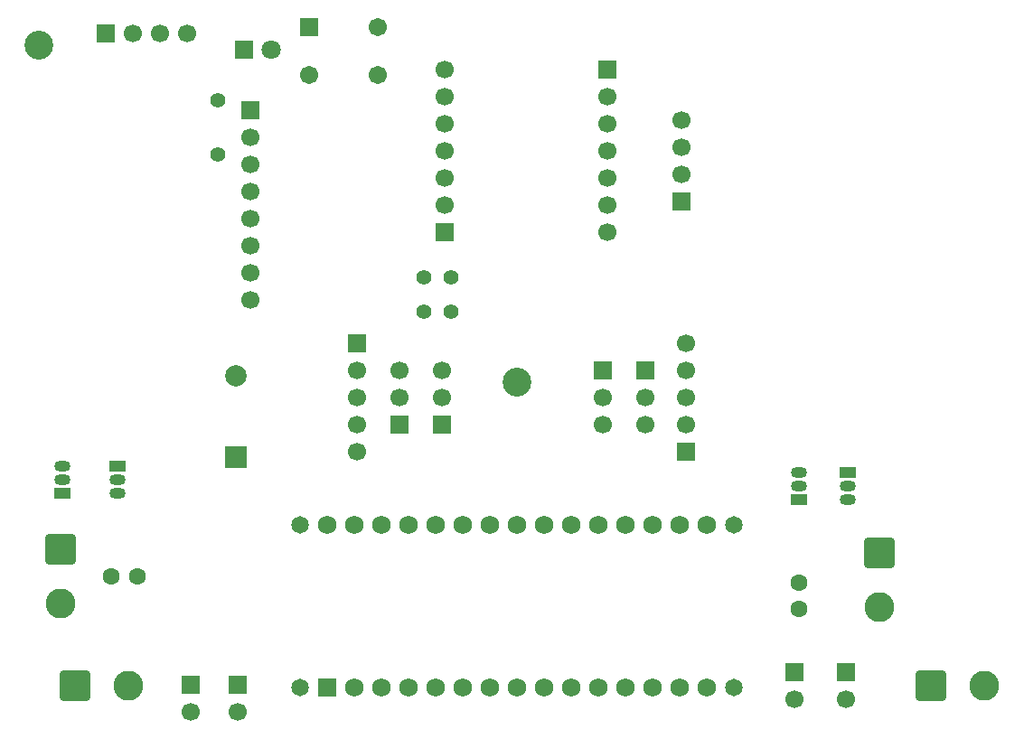
<source format=gbr>
%TF.GenerationSoftware,KiCad,Pcbnew,9.0.3*%
%TF.CreationDate,2025-11-23T12:23:13-05:00*%
%TF.ProjectId,Caretaker,43617265-7461-46b6-9572-2e6b69636164,rev?*%
%TF.SameCoordinates,Original*%
%TF.FileFunction,Soldermask,Bot*%
%TF.FilePolarity,Negative*%
%FSLAX46Y46*%
G04 Gerber Fmt 4.6, Leading zero omitted, Abs format (unit mm)*
G04 Created by KiCad (PCBNEW 9.0.3) date 2025-11-23 12:23:13*
%MOMM*%
%LPD*%
G01*
G04 APERTURE LIST*
G04 Aperture macros list*
%AMRoundRect*
0 Rectangle with rounded corners*
0 $1 Rounding radius*
0 $2 $3 $4 $5 $6 $7 $8 $9 X,Y pos of 4 corners*
0 Add a 4 corners polygon primitive as box body*
4,1,4,$2,$3,$4,$5,$6,$7,$8,$9,$2,$3,0*
0 Add four circle primitives for the rounded corners*
1,1,$1+$1,$2,$3*
1,1,$1+$1,$4,$5*
1,1,$1+$1,$6,$7*
1,1,$1+$1,$8,$9*
0 Add four rect primitives between the rounded corners*
20,1,$1+$1,$2,$3,$4,$5,0*
20,1,$1+$1,$4,$5,$6,$7,0*
20,1,$1+$1,$6,$7,$8,$9,0*
20,1,$1+$1,$8,$9,$2,$3,0*%
G04 Aperture macros list end*
%ADD10C,2.700000*%
%ADD11R,1.500000X1.050000*%
%ADD12O,1.500000X1.050000*%
%ADD13C,1.400000*%
%ADD14RoundRect,0.102000X-0.754000X-0.754000X0.754000X-0.754000X0.754000X0.754000X-0.754000X0.754000X0*%
%ADD15C,1.712000*%
%ADD16RoundRect,0.250001X-1.149999X1.149999X-1.149999X-1.149999X1.149999X-1.149999X1.149999X1.149999X0*%
%ADD17C,2.800000*%
%ADD18R,1.700000X1.700000*%
%ADD19C,1.700000*%
%ADD20R,1.800000X1.800000*%
%ADD21C,1.800000*%
%ADD22RoundRect,0.250001X-1.149999X-1.149999X1.149999X-1.149999X1.149999X1.149999X-1.149999X1.149999X0*%
%ADD23C,1.600000*%
%ADD24R,2.000000X2.000000*%
%ADD25C,2.000000*%
%ADD26C,1.651000*%
%ADD27RoundRect,0.102000X-0.762000X-0.762000X0.762000X-0.762000X0.762000X0.762000X-0.762000X0.762000X0*%
%ADD28C,1.728000*%
G04 APERTURE END LIST*
D10*
%TO.C,H1*%
X99311971Y-65704600D03*
%TD*%
D11*
%TO.C,Q4*%
X101521971Y-107704600D03*
D12*
X101521971Y-106434600D03*
X101521971Y-105164600D03*
%TD*%
D13*
%TO.C,R1*%
X116071971Y-70840600D03*
X116071971Y-75920600D03*
%TD*%
D14*
%TO.C,S1*%
X124591971Y-63984600D03*
D15*
X131091971Y-63984600D03*
X124591971Y-68484600D03*
X131091971Y-68484600D03*
%TD*%
D16*
%TO.C,D3*%
X101339971Y-112978650D03*
D17*
X101339971Y-118058650D03*
%TD*%
D18*
%TO.C,J2*%
X152561971Y-67984600D03*
D19*
X152561971Y-70524600D03*
X152561971Y-73064600D03*
X152561971Y-75604600D03*
X152561971Y-78144600D03*
X152561971Y-80684600D03*
X152561971Y-83224600D03*
%TD*%
D18*
%TO.C,J16*%
X119111971Y-71824600D03*
D19*
X119111971Y-74364600D03*
X119111971Y-76904600D03*
X119111971Y-79444600D03*
X119111971Y-81984600D03*
X119111971Y-84524600D03*
X119111971Y-87064600D03*
X119111971Y-89604600D03*
%TD*%
D18*
%TO.C,J17*%
X105541971Y-64614600D03*
D19*
X108081971Y-64614600D03*
X110621971Y-64614600D03*
X113161971Y-64614600D03*
%TD*%
D20*
%TO.C,D1*%
X118561971Y-66114600D03*
D21*
X121101971Y-66114600D03*
%TD*%
D18*
%TO.C,J1*%
X137311971Y-83216600D03*
D19*
X137311971Y-80676600D03*
X137311971Y-78136600D03*
X137311971Y-75596600D03*
X137311971Y-73056600D03*
X137311971Y-70516600D03*
X137311971Y-67976600D03*
%TD*%
D13*
%TO.C,R2*%
X135375971Y-87502600D03*
X137915971Y-87502600D03*
%TD*%
%TO.C,R3*%
X135375971Y-90652600D03*
X137915971Y-90652600D03*
%TD*%
D22*
%TO.C,J4*%
X102711971Y-125704600D03*
D17*
X107711971Y-125704600D03*
%TD*%
D23*
%TO.C,C2*%
X106061971Y-115504600D03*
X108561971Y-115504600D03*
%TD*%
D11*
%TO.C,Q2*%
X106711971Y-105164600D03*
D12*
X106711971Y-106434600D03*
X106711971Y-107704600D03*
%TD*%
D18*
%TO.C,J5*%
X159545757Y-80400386D03*
D19*
X159545757Y-77860386D03*
X159545757Y-75320386D03*
X159545757Y-72780386D03*
%TD*%
D24*
%TO.C,BZ1*%
X117741971Y-104314600D03*
D25*
X117741971Y-96714600D03*
%TD*%
D11*
%TO.C,Q1*%
X175101971Y-105784600D03*
D12*
X175101971Y-107054600D03*
X175101971Y-108324600D03*
%TD*%
D16*
%TO.C,D2*%
X178075971Y-113258600D03*
D17*
X178075971Y-118338600D03*
%TD*%
D11*
%TO.C,Q3*%
X170501971Y-108264600D03*
D12*
X170501971Y-106994600D03*
X170501971Y-105724600D03*
%TD*%
D26*
%TO.C,U1*%
X123791971Y-110684600D03*
X123791971Y-125924600D03*
X164431971Y-110684600D03*
X164431971Y-125924600D03*
D27*
X126331971Y-125924600D03*
D28*
X128871971Y-125924600D03*
X131411971Y-125924600D03*
X133951971Y-125924600D03*
X136491971Y-125924600D03*
X139031971Y-125924600D03*
X141571971Y-125924600D03*
X144111971Y-125924600D03*
X146651971Y-125924600D03*
X149191971Y-125924600D03*
X151731971Y-125924600D03*
X154271971Y-125924600D03*
X156811971Y-125924600D03*
X159351971Y-125924600D03*
X161891971Y-125924600D03*
X161891971Y-110684600D03*
X159351971Y-110684600D03*
X156811971Y-110684600D03*
X154271971Y-110684600D03*
X151731971Y-110684600D03*
X149191971Y-110684600D03*
X146651971Y-110684600D03*
X144111971Y-110684600D03*
X141571971Y-110684600D03*
X139031971Y-110684600D03*
X136491971Y-110684600D03*
X133951971Y-110684600D03*
X131411971Y-110684600D03*
X128871971Y-110684600D03*
X126331971Y-110684600D03*
%TD*%
D18*
%TO.C,J9*%
X156111971Y-96224600D03*
D19*
X156111971Y-98764600D03*
X156111971Y-101304600D03*
%TD*%
D22*
%TO.C,J3*%
X182911971Y-125704600D03*
D17*
X187911971Y-125704600D03*
%TD*%
D18*
%TO.C,J10*%
X159911971Y-103844600D03*
D19*
X159911971Y-101304600D03*
X159911971Y-98764600D03*
X159911971Y-96224600D03*
X159911971Y-93684600D03*
%TD*%
D23*
%TO.C,C1*%
X170554971Y-116052600D03*
X170554971Y-118552600D03*
%TD*%
D18*
%TO.C,J8*%
X152111971Y-96224600D03*
D19*
X152111971Y-98764600D03*
X152111971Y-101304600D03*
%TD*%
D10*
%TO.C,H2*%
X144111971Y-97304600D03*
%TD*%
D18*
%TO.C,J6*%
X133111971Y-101304600D03*
D19*
X133111971Y-98764600D03*
X133111971Y-96224600D03*
%TD*%
D18*
%TO.C,J15*%
X117931971Y-125699600D03*
D19*
X117931971Y-128239600D03*
%TD*%
D18*
%TO.C,J12*%
X170111971Y-124510800D03*
D19*
X170111971Y-127050800D03*
%TD*%
D18*
%TO.C,J7*%
X137111971Y-101304600D03*
D19*
X137111971Y-98764600D03*
X137111971Y-96224600D03*
%TD*%
D18*
%TO.C,J14*%
X113531971Y-125699600D03*
D19*
X113531971Y-128239600D03*
%TD*%
D18*
%TO.C,J11*%
X129111971Y-93684600D03*
D19*
X129111971Y-96224600D03*
X129111971Y-98764600D03*
X129111971Y-101304600D03*
X129111971Y-103844600D03*
%TD*%
D18*
%TO.C,J13*%
X174911971Y-124462100D03*
D19*
X174911971Y-127002100D03*
%TD*%
M02*

</source>
